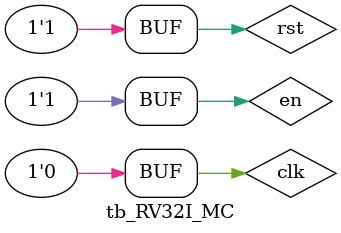
<source format=sv>
`timescale 1 ns / 1 ps

module tb_RV32I_MC();
    
    logic clk, rst, en;
    logic[1:0] pwm1out, pwm2out;
    logic[6:0] hex0, hex1, hex2, hex3, hex4, hex5;
    
    RV32I_MC #(
        .DEPTH(64),
        .PROGRAM_FILE("PID.hex")
    )RISCV(
        .clk(clk), 
        .rst(rst),
        .en(en), 
        .pwm1out(pwm1out),
        .pwm2out(pwm2out),
        .hex0(hex0),
        .hex1(hex1),
        .hex2(hex2),
        .hex3(hex3),
        .hex4(hex4),
        .hex5(hex5)
    );

    // Generate clock
    always begin
        clk = 1; #5;
        clk = 0; #5;
    end

    // Initialization
    initial begin
        en = 0;
        rst = 0; #7 rst = 1;
        en = 1;
    end
endmodule
</source>
